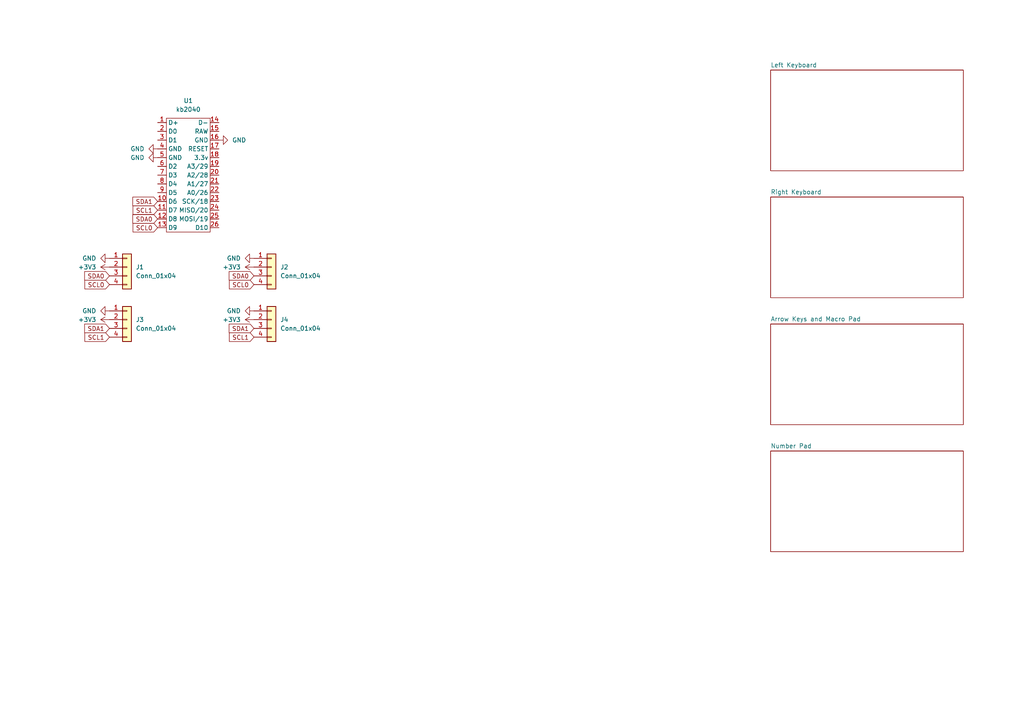
<source format=kicad_sch>
(kicad_sch (version 20211123) (generator eeschema)
  (paper "A4")
  (title_block (title "Denali") (date "2022-06-15") (rev "0.1") (company "OSHMount Tech"))
  (lib_symbols
    (symbol "Connector_Generic:Conn_01x04" (pin_names (offset 1.016) hide)
      (property "Reference" "J" (at 0 5.08 0))
      (property "Value" "Conn_01x04" (at 0 -7.62 0))
      (symbol "Conn_01x04_1_1"
        (rectangle (start -1.27 -4.953) (end 0 -5.207) (stroke (width 0.1524)))
        (rectangle (start -1.27 -2.413) (end 0 -2.667) (stroke (width 0.1524)))
        (rectangle (start -1.27 0.127) (end 0 -0.127) (stroke (width 0.1524)))
        (rectangle (start -1.27 2.667) (end 0 2.413) (stroke (width 0.1524)))
        (rectangle (start -1.27 3.81) (end 1.27 -6.35) (stroke (width 0.254)) (fill (type background)))
        (pin passive line (at -5.08 2.54 0) (length 3.81) (name "Pin_1") (number "1"))
        (pin passive line (at -5.08 0 0) (length 3.81) (name "Pin_2") (number "2"))
        (pin passive line (at -5.08 -2.54 0) (length 3.81) (name "Pin_3") (number "3"))
        (pin passive line (at -5.08 -5.08 0) (length 3.81) (name "Pin_4") (number "4"))
      )
    )
    (symbol "kb2040:kb2040"
      (property "Reference" "U" (at 0 0 0))
      (property "Value" "kb2040" (at 0 -2.54 0))
      (symbol "kb2040_0_1"
        (rectangle (start 0 -3.81) (end 12.7 -36.83) (stroke (width 0.1524)))
      )
      (symbol "kb2040_1_1"
        (pin bidirectional line (at -2.54 -5.08 0) (length 2.54) (name "D+") (number "1"))
        (pin bidirectional line (at -2.54 -27.94 0) (length 2.54) (name "D6") (number "10"))
        (pin bidirectional line (at -2.54 -30.48 0) (length 2.54) (name "D7") (number "11"))
        (pin bidirectional line (at -2.54 -33.02 0) (length 2.54) (name "D8") (number "12"))
        (pin bidirectional line (at -2.54 -35.56 0) (length 2.54) (name "D9") (number "13"))
        (pin bidirectional line (at 15.24 -5.08 180) (length 2.54) (name "D-") (number "14"))
        (pin bidirectional line (at 15.24 -7.62 180) (length 2.54) (name "RAW") (number "15"))
        (pin bidirectional line (at 15.24 -10.16 180) (length 2.54) (name "GND") (number "16"))
        (pin bidirectional line (at 15.24 -12.7 180) (length 2.54) (name "RESET") (number "17"))
        (pin bidirectional line (at 15.24 -15.24 180) (length 2.54) (name "3.3v") (number "18"))
        (pin bidirectional line (at 15.24 -17.78 180) (length 2.54) (name "A3/29") (number "19"))
        (pin bidirectional line (at -2.54 -7.62 0) (length 2.54) (name "D0") (number "2"))
        (pin bidirectional line (at 15.24 -20.32 180) (length 2.54) (name "A2/28") (number "20"))
        (pin bidirectional line (at 15.24 -22.86 180) (length 2.54) (name "A1/27") (number "21"))
        (pin bidirectional line (at 15.24 -25.4 180) (length 2.54) (name "A0/26") (number "22"))
        (pin bidirectional line (at 15.24 -27.94 180) (length 2.54) (name "SCK/18") (number "23"))
        (pin bidirectional line (at 15.24 -30.48 180) (length 2.54) (name "MISO/20") (number "24"))
        (pin bidirectional line (at 15.24 -33.02 180) (length 2.54) (name "MOSI/19") (number "25"))
        (pin bidirectional line (at 15.24 -35.56 180) (length 2.54) (name "D10") (number "26"))
        (pin bidirectional line (at -2.54 -10.16 0) (length 2.54) (name "D1") (number "3"))
        (pin bidirectional line (at -2.54 -12.7 0) (length 2.54) (name "GND") (number "4"))
        (pin bidirectional line (at -2.54 -15.24 0) (length 2.54) (name "GND") (number "5"))
        (pin bidirectional line (at -2.54 -17.78 0) (length 2.54) (name "D2") (number "6"))
        (pin bidirectional line (at -2.54 -20.32 0) (length 2.54) (name "D3") (number "7"))
        (pin bidirectional line (at -2.54 -22.86 0) (length 2.54) (name "D4") (number "8"))
        (pin bidirectional line (at -2.54 -25.4 0) (length 2.54) (name "D5") (number "9"))
      )
    )
    (symbol "power:+3.3V" (power) (pin_names (offset 0))
      (property "Value" "+3.3V" (at 0 3.556 0))
      (symbol "+3.3V_0_1"
        (polyline (pts (xy -0.762 1.27) (xy 0 2.54)))
        (polyline (pts (xy 0 0) (xy 0 2.54)))
        (polyline (pts (xy 0 2.54) (xy 0.762 1.27)))
      )
      (symbol "+3.3V_1_1"
        (pin power_in line (at 0 0 90) (length 0) hide (name "+3V3") (number "1"))
      )
    )
    (symbol "power:GND" (power) (pin_names (offset 0))
      (property "Value" "GND" (at 0 -3.81 0))
      (symbol "GND_0_1"
        (polyline (pts (xy 0 0) (xy 0 -1.27) (xy 1.27 -1.27) (xy 0 -2.54) (xy -1.27 -1.27) (xy 0 -1.27)))
      )
      (symbol "GND_1_1"
        (pin power_in line (at 0 0 270) (length 0) hide (name "GND") (number "1"))
      )
    )
  )
  (global_label "SCL1" (shape input) (at 73.66 97.79 180) (property "Intersheet References" "${INTERSHEET_REFS}" (effects hide)))
  (global_label "SDA1" (shape input) (at 73.66 95.25 180) (property "Intersheet References" "${INTERSHEET_REFS}" (effects hide)))
  (global_label "SDA1" (shape input) (at 31.75 95.25 180) (property "Intersheet References" "${INTERSHEET_REFS}" (effects hide)))
  (global_label "SDA1" (shape input) (at 45.72 58.42 180) (property "Intersheet References" "${INTERSHEET_REFS}" (effects hide)))
  (global_label "SCL0" (shape input) (at 45.72 66.04 180) (property "Intersheet References" "${INTERSHEET_REFS}" (effects hide)))
  (global_label "SDA0" (shape input) (at 31.75 80.01 180) (property "Intersheet References" "${INTERSHEET_REFS}" (effects hide)))
  (global_label "SDA0" (shape input) (at 45.72 63.5 180) (property "Intersheet References" "${INTERSHEET_REFS}" (effects hide)))
  (global_label "SDA0" (shape input) (at 73.66 80.01 180) (property "Intersheet References" "${INTERSHEET_REFS}" (effects hide)))
  (global_label "SCL0" (shape input) (at 31.75 82.55 180) (property "Intersheet References" "${INTERSHEET_REFS}" (effects hide)))
  (global_label "SCL0" (shape input) (at 73.66 82.55 180) (property "Intersheet References" "${INTERSHEET_REFS}" (effects hide)))
  (global_label "SCL1" (shape input) (at 45.72 60.96 180) (property "Intersheet References" "${INTERSHEET_REFS}" (effects hide)))
  (global_label "SCL1" (shape input) (at 31.75 97.79 180) (property "Intersheet References" "${INTERSHEET_REFS}" (effects hide)))
  (symbol (lib_id "Connector_Generic:Conn_01x04") (at 36.83 92.71 0) (unit 1)
    (property "Reference" "J3" (at 39.37 92.7099 0) (effects (justify left)))
    (property "Value" "Conn_01x04" (at 39.37 95.2499 0) (effects (justify left)))
  )
  (symbol (lib_id "power:+3.3V") (at 31.75 92.71 90) (unit 1)
    (property "Reference" "#PWR011" (effects hide))
    (property "Value" "+3.3V" (at 27.94 92.7099 90) (effects (justify left)))
  )
  (symbol (lib_id "power:GND") (at 31.75 90.17 270) (unit 1)
    (property "Reference" "#PWR09" (effects hide))
    (property "Value" "GND" (at 27.94 90.1699 90) (effects (justify right)))
  )
  (symbol (lib_id "power:GND") (at 63.5 40.64 90) (unit 1)
    (property "Reference" "#PWR01" (effects hide))
    (property "Value" "GND" (at 67.31 40.6399 90) (effects (justify right)))
  )
  (symbol (lib_id "power:GND") (at 45.72 43.18 270) (unit 1)
    (property "Reference" "#PWR02" (effects hide))
    (property "Value" "GND" (at 41.91 43.1799 90) (effects (justify right)))
  )
  (symbol (lib_id "power:+3.3V") (at 73.66 92.71 90) (unit 1)
    (property "Reference" "#PWR012" (effects hide))
    (property "Value" "+3.3V" (at 69.85 92.7099 90) (effects (justify left)))
  )
  (symbol (lib_id "power:GND") (at 73.66 90.17 270) (unit 1)
    (property "Reference" "#PWR010" (effects hide))
    (property "Value" "GND" (at 69.85 90.1699 90) (effects (justify right)))
  )
  (symbol (lib_id "power:+3.3V") (at 31.75 77.47 90) (unit 1)
    (property "Reference" "#PWR07" (effects hide))
    (property "Value" "+3.3V" (at 27.94 77.4699 90) (effects (justify left)))
  )
  (symbol (lib_id "power:+3.3V") (at 73.66 77.47 90) (unit 1)
    (property "Reference" "#PWR08" (effects hide))
    (property "Value" "+3.3V" (at 69.85 77.4699 90) (effects (justify left)))
  )
  (symbol (lib_id "power:GND") (at 31.75 74.93 270) (unit 1)
    (property "Reference" "#PWR05" (effects hide))
    (property "Value" "GND" (at 27.94 74.9299 90) (effects (justify right)))
  )
  (symbol (lib_id "Connector_Generic:Conn_01x04") (at 78.74 77.47 0) (unit 1)
    (property "Reference" "J2" (at 81.28 77.4699 0) (effects (justify left)))
    (property "Value" "Conn_01x04" (at 81.28 80.0099 0) (effects (justify left)))
  )
  (symbol (lib_id "power:GND") (at 45.72 45.72 270) (unit 1)
    (property "Reference" "#PWR03" (effects hide))
    (property "Value" "GND" (at 41.91 45.7199 90) (effects (justify right)))
  )
  (symbol (lib_id "power:GND") (at 73.66 74.93 270) (unit 1)
    (property "Reference" "#PWR06" (effects hide))
    (property "Value" "GND" (at 69.85 74.9299 90) (effects (justify right)))
  )
  (symbol (lib_id "Connector_Generic:Conn_01x04") (at 36.83 77.47 0) (unit 1)
    (property "Reference" "J1" (at 39.37 77.4699 0) (effects (justify left)))
    (property "Value" "Conn_01x04" (at 39.37 80.0099 0) (effects (justify left)))
  )
  (symbol (lib_id "kb2040:kb2040") (at 48.26 30.48 0) (unit 1)
    (property "Reference" "U1" (at 54.61 29.21 0))
    (property "Value" "kb2040" (at 54.61 31.75 0))
    (property "Footprint" "kb2040:kb2040" (effects hide))
    (property "Datasheet" "${OSHMOUNT_LIBRARY}/KeeBoar/adafruit-kb2040.pdf" (effects hide))
  )
  (symbol (lib_id "Connector_Generic:Conn_01x04") (at 78.74 92.71 0) (unit 1)
    (property "Reference" "J4" (at 81.28 92.7099 0) (effects (justify left)))
    (property "Value" "Conn_01x04" (at 81.28 95.2499 0) (effects (justify left)))
  )
  (sheet (at 223.52 57.15) (size 55.88 29.21) (stroke (width 0.1524))
    (property "Sheet name" "Right Keyboard" (at 223.52 56.4384 0) (effects (justify left bottom)))
    (property "Sheet file" "rgt_keyboard.kicad_sch" (effects hide))
  )
  (sheet (at 223.52 130.81) (size 55.88 29.21) (stroke (width 0.1524))
    (property "Sheet name" "Number Pad" (at 223.52 130.0984 0) (effects (justify left bottom)))
    (property "Sheet file" "num_pad.kicad_sch" (effects hide))
  )
  (sheet (at 223.52 93.98) (size 55.88 29.21) (stroke (width 0.1524))
    (property "Sheet name" "Arrow Keys and Macro Pad" (at 223.52 93.2684 0) (effects (justify left bottom)))
    (property "Sheet file" "arrw_macro.kicad_sch" (effects hide))
  )
  (sheet (at 223.52 20.32) (size 55.88 29.21) (stroke (width 0.1524))
    (property "Sheet name" "Left Keyboard" (at 223.52 19.6084 0) (effects (justify left bottom)))
    (property "Sheet file" "lft_keyboard.kicad_sch" (effects hide))
  )
)
</source>
